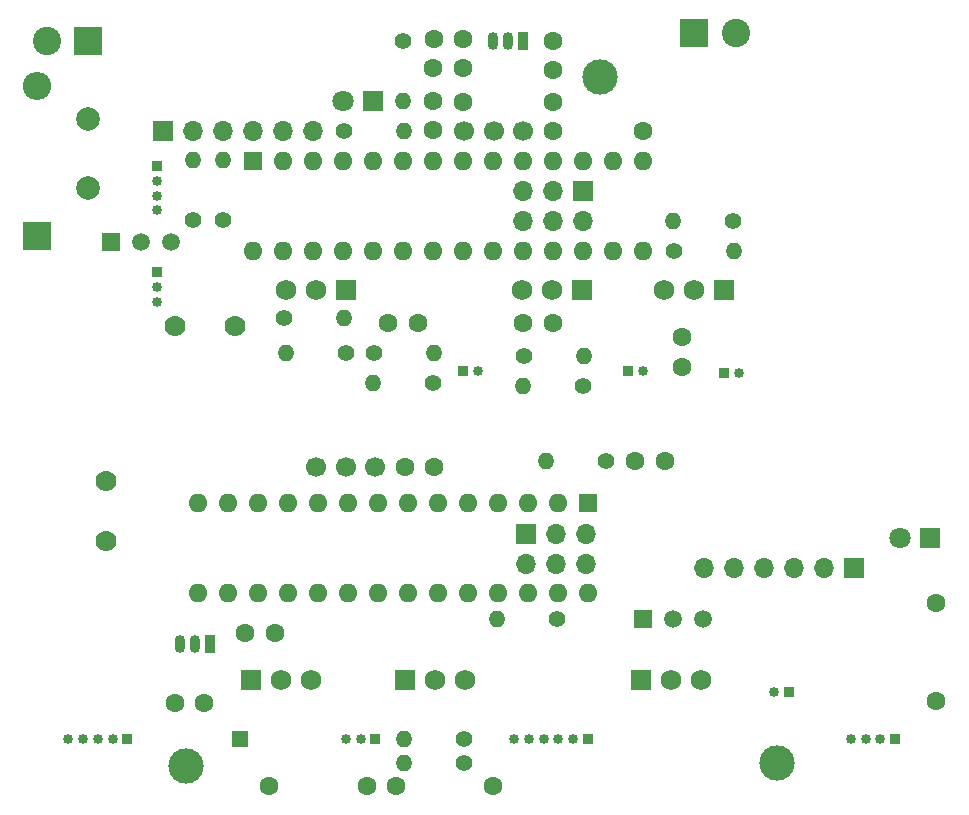
<source format=gts>
%MOIN*%
%OFA0B0*%
%FSLAX46Y46*%
%IPPOS*%
%LPD*%
%ADD10C,0.0039370078740157488*%
%ADD11R,0.062992125984251982X0.062992125984251982*%
%ADD12O,0.062992125984251982X0.062992125984251982*%
%ADD13R,0.094488188976377951X0.094488188976377951*%
%ADD14C,0.094488188976377951*%
%ADD15C,0.066929133858267723*%
%ADD16O,0.094488188976377951X0.094488188976377951*%
%ADD17C,0.11811023622047245*%
%ADD18C,0.068897637795275593*%
%ADD19R,0.068897637795275593X0.068897637795275593*%
%ADD20C,0.07*%
%ADD21C,0.055118110236220472*%
%ADD22O,0.055118110236220472X0.055118110236220472*%
%ADD23C,0.062992125984251982*%
%ADD24R,0.070866141732283464X0.070866141732283464*%
%ADD25C,0.070866141732283464*%
%ADD26R,0.033464566929133861X0.033464566929133861*%
%ADD27C,0.033464566929133861*%
%ADD28O,0.035433070866141732X0.059055118110236227*%
%ADD29R,0.035433070866141732X0.059055118110236227*%
%ADD30R,0.066929133858267723X0.066929133858267723*%
%ADD31O,0.066929133858267723X0.066929133858267723*%
%ADD32C,0.07874015748031496*%
%ADD33C,0.059842519685039376*%
%ADD34R,0.059842519685039376X0.059842519685039376*%
%ADD45C,0.0039370078740157488*%
%ADD46R,0.066929133858267723X0.066929133858267723*%
%ADD47O,0.066929133858267723X0.066929133858267723*%
%ADD48C,0.055118110236220472*%
%ADD49O,0.055118110236220472X0.055118110236220472*%
%ADD50C,0.068897637795275593*%
%ADD51R,0.068897637795275593X0.068897637795275593*%
%ADD52C,0.07*%
%ADD53R,0.062992125984251982X0.062992125984251982*%
%ADD54O,0.062992125984251982X0.062992125984251982*%
%ADD55C,0.062992125984251982*%
%ADD56C,0.066929133858267723*%
%ADD57R,0.070866141732283464X0.070866141732283464*%
%ADD58C,0.070866141732283464*%
%ADD59R,0.033464566929133861X0.033464566929133861*%
%ADD60C,0.033464566929133861*%
%ADD61C,0.11811023622047245*%
%ADD62O,0.035433070866141732X0.059055118110236227*%
%ADD63R,0.035433070866141732X0.059055118110236227*%
%ADD64R,0.053149606299212608X0.053149606299212608*%
%ADD65C,0.059842519685039376*%
%ADD66R,0.059842519685039376X0.059842519685039376*%
%LPD*%
G01*
D10*
D11*
X-0001456614Y0006274212D02*
X0000813385Y0002399212D03*
D12*
X0002113385Y0002099212D03*
X0000913385Y0002399212D03*
X0002013385Y0002099212D03*
X0001013385Y0002399212D03*
X0001913385Y0002099212D03*
X0001113385Y0002399212D03*
X0001813385Y0002099212D03*
X0001213385Y0002399212D03*
X0001713385Y0002099212D03*
X0001313385Y0002399212D03*
X0001613385Y0002099212D03*
X0001413385Y0002399212D03*
X0001513385Y0002099212D03*
X0001513385Y0002399212D03*
X0001413385Y0002099212D03*
X0001613385Y0002399212D03*
X0001313385Y0002099212D03*
X0001713385Y0002399212D03*
X0001213385Y0002099212D03*
X0001813385Y0002399212D03*
X0001113385Y0002099212D03*
X0001913385Y0002399212D03*
X0001013385Y0002099212D03*
X0002013385Y0002399212D03*
X0000913385Y0002099212D03*
X0002113385Y0002399212D03*
X0000813385Y0002099212D03*
D13*
X0002283464Y0002824212D03*
D14*
X0002421259Y0002824212D03*
D13*
X0000263385Y0002799212D03*
D14*
X0000125590Y0002799212D03*
D15*
X0001713385Y0002499212D03*
X0001614960Y0002499212D03*
X0001516535Y0002499212D03*
D13*
X0000093385Y0002149212D03*
D16*
X0000093385Y0002649212D03*
D17*
X0001968503Y0002677165D03*
D18*
X0002181889Y0001968504D03*
X0002281889Y0001968504D03*
D19*
X0002381889Y0001968504D03*
D20*
X0000553385Y0001849212D03*
X0000753385Y0001849212D03*
D21*
X0002214960Y0002099212D03*
D22*
X0002414960Y0002099212D03*
D21*
X0001714960Y0001749212D03*
D22*
X0001914960Y0001749212D03*
D21*
X0002411810Y0002199212D03*
D22*
X0002211810Y0002199212D03*
D21*
X0001911810Y0001649212D03*
D22*
X0001711810Y0001649212D03*
D23*
X0001813385Y0002799212D03*
X0001813385Y0002700787D03*
X0001513385Y0002804212D03*
X0001414960Y0002804212D03*
X0001713385Y0001859212D03*
X0001811810Y0001859212D03*
X0002244094Y0001811023D03*
X0002244094Y0001712598D03*
D24*
X0001213385Y0002599212D03*
D25*
X0001113385Y0002599212D03*
D26*
X0002381889Y0001692913D03*
D27*
X0002431102Y0001692913D03*
D28*
X0001663385Y0002799212D03*
X0001613385Y0002799212D03*
D29*
X0001713385Y0002799212D03*
D26*
X0000492125Y0002381889D03*
D27*
X0000492125Y0002332677D03*
X0000492125Y0002283464D03*
X0000492125Y0002234252D03*
D23*
X0001413385Y0002599212D03*
X0001413385Y0002500787D03*
X0001413385Y0002709212D03*
X0001511810Y0002709212D03*
D21*
X0001114960Y0002499212D03*
D22*
X0001314960Y0002499212D03*
D23*
X0001263385Y0001859212D03*
X0001361810Y0001859212D03*
D21*
X0001411810Y0001659212D03*
D22*
X0001211810Y0001659212D03*
D21*
X0001214960Y0001759212D03*
D22*
X0001414960Y0001759212D03*
D18*
X0001709448Y0001968504D03*
X0001809448Y0001968504D03*
D19*
X0001909448Y0001968504D03*
D18*
X0000922047Y0001968504D03*
X0001022047Y0001968504D03*
D19*
X0001122047Y0001968504D03*
D21*
X0000613385Y0002200787D03*
D22*
X0000613385Y0002400787D03*
D21*
X0000713385Y0002200787D03*
D22*
X0000713385Y0002400787D03*
D30*
X0000513385Y0002499212D03*
D31*
X0000613385Y0002499212D03*
X0000713385Y0002499212D03*
X0000813385Y0002499212D03*
X0000913385Y0002499212D03*
X0001013385Y0002499212D03*
D32*
X0000263385Y0002310039D03*
X0000263385Y0002538386D03*
D26*
X0000492125Y0002027559D03*
D27*
X0000492125Y0001978346D03*
X0000492125Y0001929134D03*
D26*
X0001513385Y0001699212D03*
D27*
X0001562598Y0001699212D03*
D26*
X0002063385Y0001699212D03*
D27*
X0002112598Y0001699212D03*
D21*
X0001313385Y0002797637D03*
D22*
X0001313385Y0002597637D03*
D23*
X0001813385Y0002594212D03*
X0001513385Y0002594212D03*
X0001813385Y0002499212D03*
X0002113385Y0002499212D03*
D21*
X0001121810Y0001759212D03*
D22*
X0000921810Y0001759212D03*
D21*
X0000914960Y0001874212D03*
D22*
X0001114960Y0001874212D03*
D33*
X0000438385Y0002129212D03*
X0000538385Y0002129212D03*
D34*
X0000338385Y0002129212D03*
D30*
X0001913385Y0002299212D03*
D31*
X0001913385Y0002199212D03*
X0001813385Y0002299212D03*
X0001813385Y0002199212D03*
X0001713385Y0002299212D03*
X0001713385Y0002199212D03*
G04 next file*
%LPD*%
G04 #@! TF.FileFunction,Soldermask,Top*
G04 Gerber Fmt 4.6, Leading zero omitted, Abs format (unit mm)*
G04 Created by KiCad (PCBNEW 4.0.7) date 06/15/19 08:14:29*
G01*
G04 APERTURE LIST*
G04 APERTURE END LIST*
D45*
D46*
X-0005157401Y0004896259D02*
X0002814960Y0001043306D03*
D47*
X0002714960Y0001043306D03*
X0002614960Y0001043306D03*
X0002514960Y0001043306D03*
X0002414960Y0001043306D03*
X0002314960Y0001043306D03*
D48*
X0001516023Y0000471259D03*
D49*
X0001316023Y0000471259D03*
D50*
X0001007086Y0000669291D03*
X0000907086Y0000669291D03*
D51*
X0000807086Y0000669291D03*
D52*
X0000322598Y0001131259D03*
X0000322598Y0001331259D03*
D53*
X0001929133Y0001259842D03*
D54*
X0000629133Y0000959842D03*
X0001829133Y0001259842D03*
X0000729133Y0000959842D03*
X0001729133Y0001259842D03*
X0000829133Y0000959842D03*
X0001629133Y0001259842D03*
X0000929133Y0000959842D03*
X0001529133Y0001259842D03*
X0001029133Y0000959842D03*
X0001429133Y0001259842D03*
X0001129133Y0000959842D03*
X0001329133Y0001259842D03*
X0001229133Y0000959842D03*
X0001229133Y0001259842D03*
X0001329133Y0000959842D03*
X0001129133Y0001259842D03*
X0001429133Y0000959842D03*
X0001029133Y0001259842D03*
X0001529133Y0000959842D03*
X0000929133Y0001259842D03*
X0001629133Y0000959842D03*
X0000829133Y0001259842D03*
X0001729133Y0000959842D03*
X0000729133Y0001259842D03*
X0001829133Y0000959842D03*
X0000629133Y0001259842D03*
X0001929133Y0000959842D03*
D55*
X0001190944Y0000314960D03*
X0000866141Y0000314960D03*
D56*
X0001023621Y0001377952D03*
X0001122047Y0001377952D03*
X0001220472Y0001377952D03*
D55*
X0000787401Y0000826771D03*
X0000885826Y0000826771D03*
X0000551181Y0000590551D03*
X0000649606Y0000590551D03*
D57*
X0003070866Y0001141732D03*
D58*
X0002970866Y0001141732D03*
D59*
X0002598425Y0000629921D03*
D60*
X0002549212Y0000629921D03*
D61*
X0002559055Y0000393700D03*
X0000590551Y0000383700D03*
D62*
X0000619291Y0000787401D03*
X0000569291Y0000787401D03*
D63*
X0000669291Y0000787401D03*
D59*
X0002952755Y0000472440D03*
D60*
X0002903543Y0000472440D03*
X0002854330Y0000472440D03*
X0002805118Y0000472440D03*
D55*
X0001417322Y0001377952D03*
X0001318897Y0001377952D03*
X0001289370Y0000314960D03*
X0001614173Y0000314960D03*
X0003090551Y0000600393D03*
X0003090551Y0000925196D03*
X0002185039Y0001397637D03*
X0002086614Y0001397637D03*
D48*
X0001988188Y0001397637D03*
D49*
X0001788188Y0001397637D03*
D50*
X0001518897Y0000669291D03*
X0001418897Y0000669291D03*
D51*
X0001318897Y0000669291D03*
D50*
X0002306299Y0000669291D03*
X0002206299Y0000669291D03*
D51*
X0002106299Y0000669291D03*
D48*
X0001516023Y0000391259D03*
D49*
X0001316023Y0000391259D03*
D59*
X0001220472Y0000472440D03*
D60*
X0001171259Y0000472440D03*
X0001122047Y0000472440D03*
D64*
X0000767716Y0000472440D03*
D59*
X0000393700Y0000472440D03*
D60*
X0000344488Y0000472440D03*
X0000295275Y0000472440D03*
X0000246062Y0000472440D03*
X0000196850Y0000472440D03*
D59*
X0001929133Y0000472440D03*
D60*
X0001879921Y0000472440D03*
X0001830708Y0000472440D03*
X0001781495Y0000472440D03*
X0001732283Y0000472440D03*
X0001683070Y0000472440D03*
D65*
X0002212598Y0000871259D03*
X0002312598Y0000871259D03*
D66*
X0002112598Y0000871259D03*
D48*
X0001826023Y0000871259D03*
D49*
X0001626023Y0000871259D03*
D46*
X0001722598Y0001156259D03*
D47*
X0001722598Y0001056259D03*
X0001822598Y0001156259D03*
X0001822598Y0001056259D03*
X0001922598Y0001156259D03*
X0001922598Y0001056259D03*
M02*
</source>
